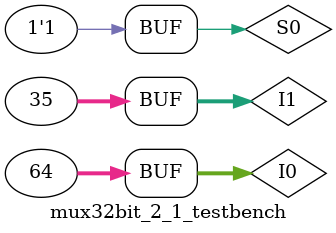
<source format=v>
`define DELAY 20
module mux32bit_2_1_testbench(); 
reg [31:0]I0, I1 ; 
reg S0;
wire [31:0] Q;

mux32bit_2_1 text_mux32bit_2_1 ( Q, S0, I1, I0 );

initial begin

S0 = 1'b0; I1 = 32'd32; I0 = 32'd35;
#`DELAY;
S0 = 1'b0; I1 = 32'd35; I0 = 32'd64;
#`DELAY;
S0 = 1'b1; I1 = 32'd32; I0 = 32'd35;
#`DELAY;
S0 = 1'b1; I1 = 32'd35; I0 = 32'd64;
#`DELAY;


end
 
 
initial
begin
$monitor("time = %2d, S0 = %1b, I1 = %2d, I0 = %2d, Q = %2d", $time, S0, I1, I0, Q );
end
 
endmodule
</source>
